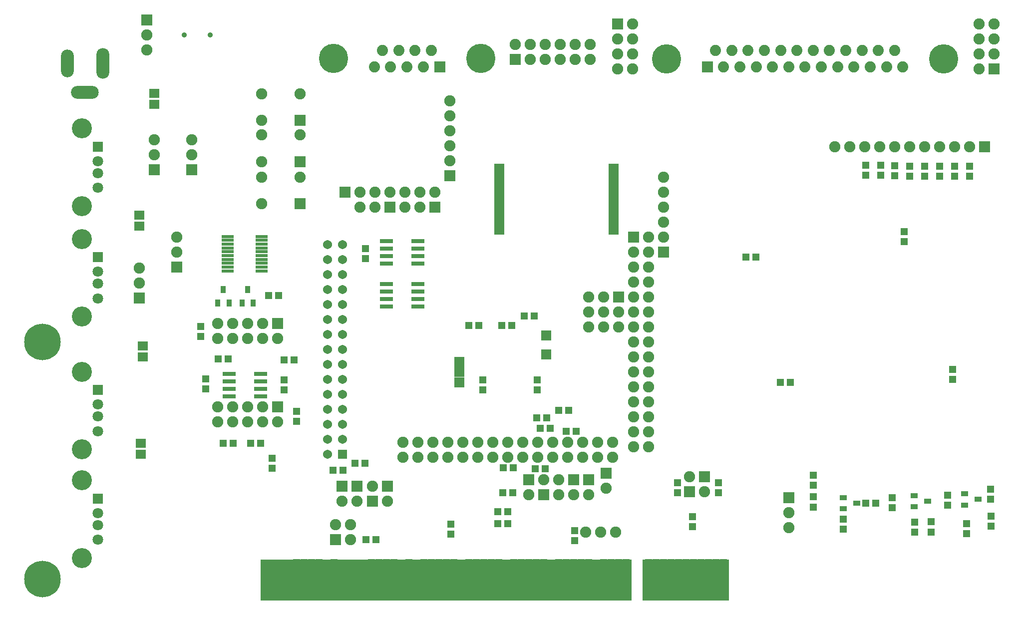
<source format=gbr>
G04 DipTrace 3.1.0.1*
G04 PCIUSB_mask_bottom.gbr*
%MOMM*%
G04 #@! TF.FileFunction,Soldermask,Bot*
G04 #@! TF.Part,Single*
%AMOUTLINE1*
4,1,8,
0.608,2.64,
-0.608,2.64,
-0.608,-2.81401,
-0.44475,-3.13431,
-0.32982,-3.64,
0.32982,-3.64,
0.44475,-3.13431,
0.608,-2.81401,
0.608,2.64,
0*%
%ADD21R,1.7X1.7*%
%ADD73R,2.0X0.6*%
%ADD78C,0.35*%
%ADD79C,0.9*%
%ADD91R,2.2X0.8*%
%ADD102R,1.8X0.5*%
%ADD120R,1.25X0.85*%
%ADD123C,6.2*%
%ADD127C,1.9*%
%ADD129C,1.54*%
%ADD131R,1.54X1.54*%
%ADD133C,1.89*%
%ADD135R,1.89X1.89*%
%ADD137C,4.96*%
%ADD143O,4.7X2.2*%
%ADD145O,2.2X4.7*%
%ADD147O,2.2X5.2*%
%ADD149C,3.4*%
%ADD151C,1.8*%
%ADD153R,1.8X1.8*%
%ADD155R,0.85X1.25*%
%ADD157R,1.7X1.5*%
%ADD163R,1.3X1.2*%
%ADD165R,1.2X1.3*%
%ADD169C,1.9*%
%ADD171R,1.9X1.9*%
%ADD182OUTLINE1*%
%FSLAX35Y35*%
G04*
G71*
G90*
G75*
G01*
G04 BotMask*
%LPD*%
D171*
X5726227Y7735860D3*
D169*
Y8185860D3*
X5076227D3*
Y7735860D3*
D171*
X5726227Y8450310D3*
D169*
Y8900310D3*
X5076227D3*
Y8450310D3*
D171*
X5726500Y9148277D3*
D169*
Y9598277D3*
X5076500D3*
Y9148277D3*
D165*
X17442250Y2433150D3*
Y2263150D3*
X16792263Y4921047D3*
Y4751047D3*
X15966677Y7259560D3*
Y7089560D3*
D163*
X13870957Y4703417D3*
X14040957D3*
X13283520Y6830890D3*
X13453520D3*
D165*
X12378550Y2258410D3*
Y2428410D3*
X10378090Y2020260D3*
Y2190260D3*
D163*
X10235200Y3877830D3*
X10405200D3*
D165*
X9743023Y4576403D3*
Y4746403D3*
D163*
X9695393Y5830660D3*
X9525393D3*
X9314353Y5671893D3*
X9144353D3*
D165*
X8822177Y4576403D3*
Y4746403D3*
D163*
X8584027Y5671893D3*
X8754027D3*
D165*
X8282370Y2131397D3*
Y2301397D3*
X6837750Y6973400D3*
Y6803400D3*
X5456323Y4576403D3*
Y4746403D3*
D163*
Y5084457D3*
X5626323D3*
D165*
X5249927Y3417407D3*
Y3247407D3*
X4122683Y4596923D3*
Y4766923D3*
D157*
X3250000Y9608650D3*
Y9418650D3*
X3059500Y5321900D3*
Y5131900D3*
X3027750Y3670900D3*
Y3480900D3*
X2996000Y7544400D3*
Y7354400D3*
D155*
X4932393Y6052933D3*
X4742393D3*
X4837393Y6282933D3*
X4520000Y6052650D3*
X4330000D3*
X4425000Y6282650D3*
D78*
X1153747Y5386113D3*
Y1369317D3*
X1217253Y5529003D3*
Y5243223D3*
Y1512207D3*
Y1226427D3*
X1360143Y5592510D3*
Y5179717D3*
Y1575713D3*
Y1162920D3*
X1487157Y5529003D3*
Y1512207D3*
X1503033Y5243223D3*
Y1226427D3*
X1566540Y5386113D3*
Y1369317D3*
D153*
X2293850Y4577490D3*
D151*
Y4327490D3*
Y4127490D3*
Y3877490D3*
D149*
X2023850Y4884490D3*
Y3570490D3*
D153*
X2297500Y8703777D3*
D151*
Y8453777D3*
Y8253777D3*
Y8003777D3*
D149*
X2027500Y9010777D3*
Y7696777D3*
D153*
X2297500Y6830527D3*
D151*
Y6580527D3*
Y6380527D3*
Y6130527D3*
D149*
X2027500Y7137527D3*
Y5823527D3*
D153*
X2297500Y2734773D3*
D151*
Y2484773D3*
Y2284773D3*
Y2034773D3*
D149*
X2027500Y3041773D3*
Y1727773D3*
D147*
X2376873Y10116650D3*
D145*
X1776873D3*
D143*
X2076873Y9626650D3*
D171*
X2995440Y6132317D3*
D169*
Y6386317D3*
Y6640317D3*
D171*
X3123000Y10846900D3*
D169*
Y10592900D3*
Y10338900D3*
D171*
X3250000Y8306900D3*
D169*
Y8560900D3*
Y8814900D3*
D171*
X3631000Y6655900D3*
D169*
Y6909900D3*
Y7163900D3*
D79*
X4198953Y10598900D3*
X3758953D3*
D171*
X3885000Y8306900D3*
D169*
Y8560900D3*
Y8814900D3*
D171*
X5345500Y5703400D3*
D169*
Y5449400D3*
X5091500Y5703400D3*
Y5449400D3*
X4837500Y5703400D3*
Y5449400D3*
X4583500Y5703400D3*
Y5449400D3*
X4329500Y5703400D3*
Y5449400D3*
D171*
X5345187Y4290623D3*
D169*
Y4036623D3*
X5091187Y4290623D3*
Y4036623D3*
X4837187Y4290623D3*
Y4036623D3*
X4583187Y4290623D3*
Y4036623D3*
X4329187Y4290623D3*
Y4036623D3*
D137*
X6288383Y10195150D3*
X8787383D3*
D135*
X8091883Y10053147D3*
D133*
X7814883D3*
X7537883D3*
X7260883D3*
X6983883D3*
X7953383Y10337150D3*
X7676383D3*
X7399383D3*
X7122383D3*
D131*
X6440677Y3480913D3*
D129*
X6186677D3*
X6440677Y3734913D3*
X6186677D3*
X6440677Y3988913D3*
X6186677D3*
X6440677Y4242913D3*
X6186677D3*
X6440677Y4496913D3*
X6186677D3*
X6440677Y4750913D3*
X6186677D3*
X6440677Y5004913D3*
X6186677D3*
X6440677Y5258913D3*
X6186677D3*
X6440677Y5512913D3*
X6186677D3*
X6440677Y5766913D3*
X6186677D3*
X6440677Y6020913D3*
X6186677D3*
X6440677Y6274913D3*
X6186677D3*
X6440677Y6528913D3*
X6186677D3*
X6440677Y6782913D3*
X6186677D3*
X6440677Y7036913D3*
X6186677D3*
D171*
X6329540Y2036137D3*
D169*
X6583540D3*
X6329540Y2290137D3*
X6583540D3*
D171*
X6488307Y7926380D3*
D169*
X6742307D3*
X6996307D3*
X7250307D3*
X7504307D3*
X7758307D3*
X8012307D3*
D171*
X6440543Y2941093D3*
D169*
Y2687093D3*
D171*
X7250387Y7672353D3*
D169*
X6996387D3*
X6742387D3*
D171*
X6694570Y2941093D3*
D169*
Y2687093D3*
D171*
X6948757Y2687107D3*
D169*
Y2941107D3*
D171*
X7202757D3*
D169*
Y2687107D3*
D171*
X8012467Y7672353D3*
D169*
X7758467D3*
X7504467D3*
D127*
X11029033Y3687310D3*
D169*
Y3433310D3*
X10775033Y3687310D3*
Y3433310D3*
X10521033Y3687310D3*
Y3433310D3*
X10267033Y3687310D3*
Y3433310D3*
X10013033Y3687310D3*
Y3433310D3*
X9759033Y3687310D3*
Y3433310D3*
X9505033Y3687310D3*
Y3433310D3*
X9251033Y3687310D3*
Y3433310D3*
X8997033Y3687310D3*
Y3433310D3*
X8743033Y3687310D3*
Y3433310D3*
X8489033Y3687310D3*
Y3433310D3*
X8235033Y3687310D3*
Y3433310D3*
X7981033Y3687310D3*
Y3433310D3*
X7727033Y3687310D3*
Y3433310D3*
X7473033Y3687310D3*
Y3433310D3*
D171*
X8266493Y8212160D3*
D169*
Y8466160D3*
Y8720160D3*
Y8974160D3*
Y9228160D3*
Y9482160D3*
D171*
X9377860Y10180867D3*
D169*
Y10434867D3*
X9631860Y10180867D3*
Y10434867D3*
X9885860Y10180867D3*
Y10434867D3*
X10139860Y10180867D3*
Y10434867D3*
X10393860Y10180867D3*
Y10434867D3*
X10647860Y10180867D3*
Y10434867D3*
D171*
X9600133Y3052243D3*
D169*
Y2798243D3*
D171*
X9854160Y2798217D3*
D169*
X10108160D3*
X9854160Y3052217D3*
X10108160D3*
D171*
X10362213Y3052243D3*
D169*
Y2798243D3*
D127*
X10568610Y2163150D3*
D169*
X10822610D3*
X11076610D3*
D171*
X11124000Y6147900D3*
D169*
Y5893900D3*
X10870000Y6147900D3*
Y5893900D3*
X10616000Y6147900D3*
Y5893900D3*
X11124000Y5639900D3*
X10870000D3*
X10616000D3*
D171*
X10616240Y3052243D3*
D169*
Y2798243D3*
D171*
X10917897Y3163380D3*
D169*
Y2909380D3*
D171*
X11108417Y10784180D3*
D169*
X11362417D3*
X11108417Y10530180D3*
X11362417D3*
X11108417Y10276180D3*
X11362417D3*
X11108417Y10022180D3*
X11362417D3*
D171*
X11378000Y7163900D3*
D169*
X11632000D3*
X11378000Y6909900D3*
X11632000D3*
X11378000Y6655900D3*
X11632000D3*
X11378000Y6401900D3*
X11632000D3*
X11378000Y6147900D3*
X11632000D3*
X11378000Y5893900D3*
X11632000D3*
X11378000Y5639900D3*
X11632000D3*
X11378000Y5385900D3*
X11632000D3*
X11378000Y5131900D3*
X11632000D3*
X11378000Y4877900D3*
X11632000D3*
X11378000Y4623900D3*
X11632000D3*
X11378000Y4369900D3*
X11632000D3*
X11378000Y4115900D3*
X11632000D3*
X11378000Y3861900D3*
X11632000D3*
X11378000Y3607900D3*
X11632000D3*
D135*
X12632577Y10052010D3*
D133*
X12908677D3*
X13184777D3*
X13460877D3*
X13736977D3*
X14013077D3*
X14289177D3*
X14565277D3*
X14841377D3*
X15117477D3*
X15393577D3*
X15669677D3*
X15944923D3*
X12770643Y10336013D3*
X13046743D3*
X13322843D3*
X13598943D3*
X13875043D3*
X14151143D3*
X14427243D3*
X14703343D3*
X14979443D3*
X15255543D3*
X15531643D3*
X15807743D3*
D137*
X11936577Y10194010D3*
X16641777D3*
D171*
X11886373Y6910273D3*
D169*
Y7164273D3*
Y7418273D3*
Y7672273D3*
Y7926273D3*
Y8180273D3*
D171*
X12330920Y2845847D3*
D169*
Y3099847D3*
D171*
X12584947Y3099873D3*
D169*
Y2845873D3*
D171*
X14013250Y2750650D3*
D169*
Y2496650D3*
Y2242650D3*
D171*
X17332070Y8704337D3*
D169*
X17078070D3*
X16824070D3*
X16570070D3*
X16316070D3*
X16062070D3*
X15808070D3*
X15554070D3*
X15300070D3*
X15046070D3*
X14792070D3*
D171*
X17490837Y10022100D3*
D169*
X17236837D3*
X17490837Y10276100D3*
X17236837D3*
X17490837Y10530100D3*
X17236837D3*
X17490837Y10784100D3*
X17236837D3*
D123*
X1360143Y5386113D3*
Y1369317D3*
D182*
X5662667Y1448700D3*
X5789667D3*
X5916667D3*
X6043667D3*
X6297667D3*
X6932667D3*
X7059667D3*
X7186667D3*
X7313667D3*
X7567667D3*
X7821667D3*
X7948667D3*
X8075667D3*
X8202667D3*
X8329667D3*
D21*
X8425260Y5052703D3*
Y4878060D3*
Y4703417D3*
D182*
X8583667Y1448700D3*
X8710667D3*
X8837667D3*
X8964667D3*
X9091667D3*
X9345667D3*
X9472667D3*
X9599667D3*
X9726667D3*
X9853667D3*
D21*
X9901790Y5497250D3*
Y5179717D3*
D182*
X10107667Y1448700D3*
X10234667D3*
X10361667D3*
X10488667D3*
X10615667D3*
X10869667D3*
X10996667D3*
X11123667D3*
X11250667D3*
X11631667D3*
X11758667D3*
X11885667D3*
X12012667D3*
X12139667D3*
X12266667D3*
X12393667D3*
X12520667D3*
X12647667D3*
X12774667D3*
X12901667D3*
D120*
X16993303Y2624150D3*
Y2814150D3*
X17223303Y2719150D3*
X16140500Y2591900D3*
Y2781900D3*
X16370500Y2686900D3*
X14934000Y2560150D3*
Y2750150D3*
X15164000Y2655150D3*
D165*
X17437803Y2719400D3*
Y2889400D3*
X17078043Y8370927D3*
Y8200927D3*
X17029500Y2306150D3*
Y2136150D3*
X16824017Y8370927D3*
Y8200927D3*
X16707553Y2624150D3*
Y2794150D3*
X16569990Y8370927D3*
Y8200927D3*
X16426250Y2337900D3*
Y2167900D3*
X16315963Y8370927D3*
Y8200927D3*
X16144947Y2337400D3*
Y2167400D3*
X16061937Y8370927D3*
Y8200927D3*
X15807910Y8382160D3*
Y8212160D3*
X15763947Y2580150D3*
Y2750150D3*
X15569760Y8386803D3*
Y8216803D3*
X15315733Y8386803D3*
Y8216803D3*
D163*
X15315000Y2655400D3*
X15485000D3*
D165*
X14934693Y2385423D3*
Y2215423D3*
X14430443Y2591403D3*
Y2761403D3*
X14426640Y2956983D3*
Y3126983D3*
X12823097Y2829970D3*
Y2999970D3*
X12124523Y2829970D3*
Y2999970D3*
D163*
X10282830Y4227117D3*
X10112830D3*
X9965297Y3925460D3*
X9795297D3*
X9911343Y4100103D3*
X9741343D3*
X9711270Y3242763D3*
X9881270D3*
X9171463Y3258640D3*
X9341463D3*
X9160850Y2829970D3*
X9330850D3*
X9076203Y2512437D3*
X9246203D3*
X9076203Y2306040D3*
X9246203D3*
X7012237Y2036137D3*
X6842237D3*
X6658753Y3330537D3*
X6828753D3*
X6281910Y3211010D3*
X6451910D3*
D165*
X5662720Y4211240D3*
Y4041240D3*
D163*
X5361063Y6179947D3*
X5191063D3*
X4884763Y3671433D3*
X5054763D3*
X4424340D3*
X4594340D3*
X4503723Y5100333D3*
X4333723D3*
D165*
X4043750Y5651150D3*
Y5481150D3*
D102*
X11044910Y8386803D3*
Y8336803D3*
Y8286803D3*
Y8236803D3*
Y8186803D3*
Y8136803D3*
Y8086803D3*
Y8036803D3*
Y7986803D3*
Y7936803D3*
Y7886803D3*
Y7836803D3*
Y7786803D3*
Y7736803D3*
Y7686803D3*
Y7636803D3*
Y7586803D3*
Y7536803D3*
Y7486803D3*
Y7436803D3*
Y7386803D3*
Y7336803D3*
Y7286803D3*
Y7236803D3*
X9104910D3*
Y7286803D3*
Y7336803D3*
Y7386803D3*
Y7436803D3*
Y7486803D3*
Y7536803D3*
Y7586803D3*
Y7636803D3*
Y7686803D3*
Y7736803D3*
Y7786803D3*
Y7836803D3*
Y7886803D3*
Y7936803D3*
Y7986803D3*
Y8036803D3*
Y8086803D3*
Y8136803D3*
Y8186803D3*
Y8236803D3*
Y8286803D3*
Y8336803D3*
Y8386803D3*
D91*
X7726880Y7100753D3*
Y6973753D3*
Y6846753D3*
Y6719753D3*
X7186880D3*
Y6846753D3*
Y6973753D3*
Y7100753D3*
X7727000Y6370150D3*
Y6243150D3*
Y6116150D3*
Y5989150D3*
X7187000D3*
Y6116150D3*
Y6243150D3*
Y6370150D3*
X4519600Y4465267D3*
Y4592267D3*
Y4719267D3*
Y4846267D3*
X5059600D3*
Y4719267D3*
Y4592267D3*
Y4465267D3*
D73*
X5075623Y7179773D3*
Y7114773D3*
Y7049773D3*
Y6984773D3*
Y6919773D3*
Y6854773D3*
Y6789773D3*
Y6724773D3*
Y6659773D3*
Y6594773D3*
X4495603D3*
X4495623Y6659773D3*
Y6724773D3*
Y6789773D3*
Y6854773D3*
Y6919773D3*
Y6984773D3*
Y7049773D3*
Y7114773D3*
Y7179773D3*
G36*
X11537087Y1702727D2*
X12997740D1*
Y1004153D1*
X11537087D1*
Y1702727D1*
G37*
G36*
X5059407D2*
X11346567D1*
Y1004153D1*
X5059407D1*
Y1702727D1*
G37*
M02*

</source>
